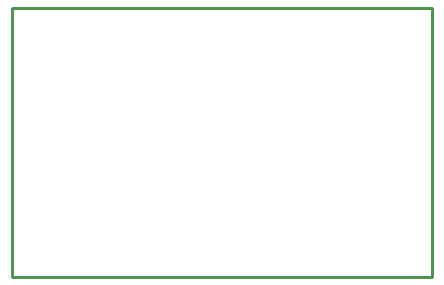
<source format=gko>
%FSLAX23Y23*%
%MOIN*%
G70*
G01*
G75*
G04 Layer_Color=16711935*
%ADD10R,0.024X0.020*%
%ADD11R,0.118X0.039*%
%ADD12R,0.118X0.059*%
%ADD13R,0.060X0.050*%
%ADD14R,0.020X0.024*%
%ADD15O,0.039X0.017*%
%ADD16C,0.010*%
%ADD17C,0.236*%
%ADD18C,0.039*%
%ADD19C,0.004*%
%ADD20C,0.003*%
%ADD21C,0.005*%
%ADD22C,0.059*%
%ADD23R,0.032X0.028*%
%ADD24R,0.126X0.047*%
%ADD25R,0.126X0.067*%
%ADD26R,0.068X0.058*%
%ADD27R,0.028X0.032*%
%ADD28O,0.047X0.025*%
D16*
X1400Y0D02*
Y895D01*
X0Y0D02*
X1400D01*
X0D02*
Y895D01*
X1400D01*
M02*

</source>
